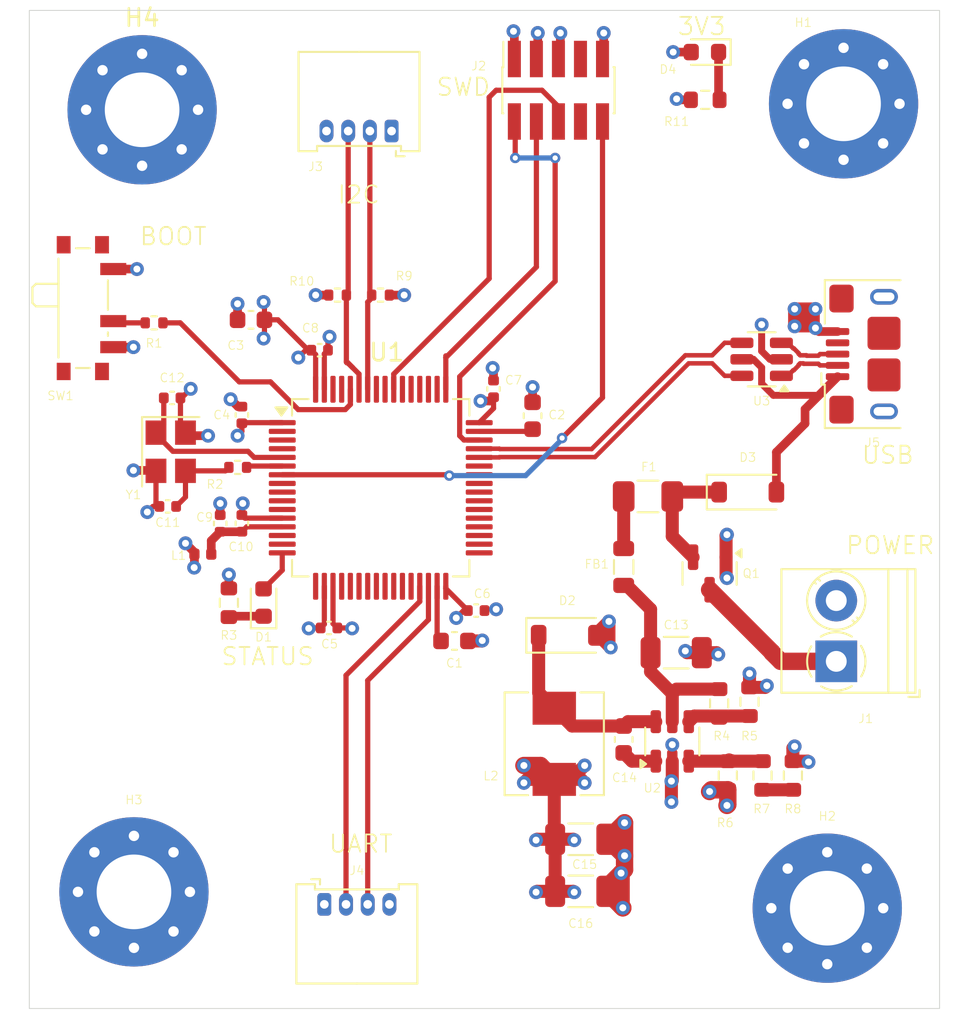
<source format=kicad_pcb>
(kicad_pcb (version 20240108) (generator "pcbnew") (generator_version "8.0")
  (title_block (date "2024-08-30"))
  (layers (0 "F.Cu" signal) (1 "In1.Cu" signal) (2 "In2.Cu" signal) (31 "B.Cu" jumper) (34 "B.Paste" user) (35 "F.Paste" user) (36 "B.SilkS" user "B.Silkscreen") (37 "F.SilkS" user "F.Silkscreen") (38 "B.Mask" user) (39 "F.Mask" user) (44 "Edge.Cuts" user))
  (net 0 "")
  (net 1 "GND")
  (net 2 "+12V")
  (net 3 "Net-(D4-K)")
  (net 4 "Net-(R7-Pad2)")
  (net 5 "BUCK_FB")
  (net 6 "+3.3V")
  (net 7 "BUCK_EN")
  (net 8 "BUCK_IN")
  (net 9 "Net-(D1-K)")
  (net 10 "I2C1_SDA")
  (net 11 "I2C1_SCL")
  (net 12 "HSE_OUT")
  (net 13 "Net-(C11-Pad1)")
  (net 14 "BOOT0")
  (net 15 "Net-(SW1-B)")
  (net 16 "+5V")
  (net 17 "USB_CONN_D-")
  (net 18 "USB_D-")
  (net 19 "USB_D+")
  (net 20 "USB_CONN_D+")
  (net 21 "BUCK_SW")
  (net 22 "BUCK_BST")
  (net 23 "Net-(D3-K)")
  (net 26 "USART3_TX")
  (net 30 "SWDIO")
  (net 37 "NRST")
  (net 38 "SWCLK")
  (net 42 "LED_STATUS")
  (net 44 "HSE_IN")
  (net 51 "SWO")
  (net 58 "Net-(U1-VCAP_2)")
  (net 64 "USART3_RX")
  (net 71 "Net-(U1-VCAP_1)")
  (net 73 "+3.3VA")
  (net 83 "Net-(F1-Pad2)")
  (footprint "Crystal:Crystal_SMD_3225-4Pin_3.2x2.5mm" (layer "F.Cu") (at 42.15 63.425 -90)
    (property "Reference" "Y1")
    (property "Value" "16MHz")
  )
  (footprint "Capacitor_SMD:C_0402_1005Metric" (layer "F.Cu") (at 59.75 72.575)
    (property "Reference" "C6")
    (property "Value" "100n")
  )
  (footprint "Capacitor_SMD:C_0603_1608Metric" (layer "F.Cu") (at 68.25 80 90)
    (property "Reference" "C14")
    (property "Value" "10n")
  )
  (footprint "Connector_PinSocket_1.27mm:PinSocket_2x05_P1.27mm_Vertical_SMD" (layer "F.Cu") (at 64.49 42.6 90)
    (property "Reference" "J2")
    (property "Value" "SWD")
  )
  (footprint "Resistor_SMD:R_0402_1005Metric" (layer "F.Cu") (at 46.01 64.325)
    (property "Reference" "R2")
    (property "Value" "47")
  )
  (footprint "Inductor_SMD:L_Sunlord_MWSA0503S" (layer "F.Cu") (at 64.25 80.25 -90)
    (property "Reference" "L2")
    (property "Value" "10u")
  )
  (footprint "Capacitor_SMD:C_1206_3216Metric" (layer "F.Cu") (at 71.275 75)
    (property "Reference" "C13")
    (property "Value" "10u")
  )
  (footprint "Package_TO_SOT_SMD:SOT-23" (layer "F.Cu") (at 73.2 70.4375 -90)
    (property "Reference" "Q1")
    (property "Value" "AO3401A")
  )
  (footprint "Resistor_SMD:R_0402_1005Metric" (layer "F.Cu") (at 51.76 54.4 180)
    (property "Reference" "R10")
    (property "Value" "2k2")
  )
  (footprint "Package_TO_SOT_SMD:SOT-23-6" (layer "F.Cu") (at 71.05 80.1125 90)
    (property "Reference" "U2")
    (property "Value" "~")
  )
  (footprint "Capacitor_SMD:C_0603_1608Metric" (layer "F.Cu") (at 63 61.35 90)
    (property "Reference" "C2")
    (property "Value" "2u2")
  )
  (footprint "Package_TO_SOT_SMD:SOT-23-6" (layer "F.Cu") (at 76.2 58.1 180)
    (property "Reference" "U3")
    (property "Value" "USBLC6-2SC6")
  )
  (footprint "MountingHole:MountingHole_4.3mm_M4_Pad_Via" (layer "F.Cu") (at 80.919581 43.380419)
    (property "Reference" "H1")
    (property "Value" "MountingHole_Pad")
  )
  (footprint "MountingHole:MountingHole_4.3mm_M4_Pad_Via" (layer "F.Cu") (at 79.980419 89.719581)
    (property "Reference" "H2")
    (property "Value" "MountingHole_Pad")
  )
  (footprint "Capacitor_SMD:C_1206_3216Metric" (layer "F.Cu") (at 65.775 88.75 180)
    (property "Reference" "C16")
    (property "Value" "10u")
  )
  (footprint "Resistor_SMD:R_0603_1608Metric" (layer "F.Cu") (at 76.25 82.075 -90)
    (property "Reference" "R7")
    (property "Value" "15k")
  )
  (footprint "Capacitor_SMD:C_0603_1608Metric" (layer "F.Cu") (at 58.5 74.325)
    (property "Reference" "C1")
    (property "Value" "2u2")
  )
  (footprint "Diode_SMD:D_SOD-123" (layer "F.Cu") (at 75.4 65.75)
    (property "Reference" "D3")
    (property "Value" "B5819W")
  )
  (footprint "Capacitor_SMD:C_0402_1005Metric" (layer "F.Cu") (at 42.23 60.325)
    (property "Reference" "C12")
    (property "Value" "12p")
  )
  (footprint "Fuse:Fuse_1206_3216Metric" (layer "F.Cu") (at 69.65 66 180)
    (property "Reference" "F1")
    (property "Value" "250mA")
  )
  (footprint "TerminalBlock_Phoenix:TerminalBlock_Phoenix_PT-1,5-2-3.5-H_1x02_P3.50mm_Horizontal" (layer "F.Cu") (at 80.5 75.5 90)
    (property "Reference" "J1")
    (property "Value" "Screw_Terminal_01x02")
  )
  (footprint "Resistor_SMD:R_0603_1608Metric" (layer "F.Cu") (at 73.75 77.925 -90)
    (property "Reference" "R4")
    (property "Value" "100k")
  )
  (footprint "Resistor_SMD:R_0402_1005Metric" (layer "F.Cu") (at 54.24 54.4)
    (property "Reference" "R9")
    (property "Value" "2k2")
  )
  (footprint "LED_SMD:LED_0603_1608Metric" (layer "F.Cu") (at 47.5 72.1125 90)
    (property "Reference" "D1")
    (property "Value" "BLUE")
  )
  (footprint "Resistor_SMD:R_0603_1608Metric" (layer "F.Cu") (at 45.5 72.125 90)
    (property "Reference" "R3")
    (property "Value" "1k5")
  )
  (footprint "Package_QFP:LQFP-64_10x10mm_P0.5mm" (layer "F.Cu") (at 54.25 65.5)
    (property "Reference" "U1")
    (property "Value" "STM32F405RGT6")
  )
  (footprint "Diode_SMD:D_SOD-123" (layer "F.Cu") (at 65 74)
    (property "Reference" "D2")
    (property "Value" "B5819W")
  )
  (footprint "Inductor_SMD:L_0805_2012Metric" (layer "F.Cu") (at 68.25 70.0625 -90)
    (property "Reference" "FB1")
    (property "Value" "600 @ 600 MHz")
  )
  (footprint "Connector_USB:USB_Micro-B_Amphenol_10118193-0001LF_Horizontal" (layer "F.Cu") (at 83.25 57.8 90)
    (property "Reference" "J5")
    (property "Value" "USB_B_Micro")
  )
  (footprint "Capacitor_SMD:C_0402_1005Metric" (layer "F.Cu") (at 41.98 66.575 180)
    (property "Reference" "C11")
    (property "Value" "12p")
  )
  (footprint "MountingHole:MountingHole_4.3mm_M4_Pad_Via" (layer "F.Cu") (at 40.0304 88.7804)
    (property "Reference" "H3")
    (property "Value" "MountingHole_Pad")
  )
  (footprint "Resistor_SMD:R_0603_1608Metric" (layer "F.Cu") (at 78 82.075 90)
    (property "Reference" "R8")
    (property "Value" "270")
  )
  (footprint "Resistor_SMD:R_0603_1608Metric" (layer "F.Cu") (at 72.95 43.15 180)
    (property "Reference" "R11")
    (property "Value" "1k")
  )
  (footprint "Inductor_SMD:L_0402_1005Metric" (layer "F.Cu") (at 44 69.325)
    (property "Reference" "L1")
    (property "Value" "39n")
  )
  (footprint "Capacitor_SMD:C_0402_1005Metric" (layer "F.Cu") (at 50.73 57.575)
    (property "Reference" "C8")
    (property "Value" "100n")
  )
  (footprint "Connector_Molex:Molex_PicoBlade_53048-0410_1x04_P1.25mm_Horizontal" (layer "F.Cu") (at 54.875 44.95 180)
    (property "Reference" "J3")
    (property "Value" "Conn_01x04")
  )
  (footprint "Capacitor_SMD:C_0402_1005Metric" (layer "F.Cu") (at 46.25 67.55 90)
    (property "Reference" "C10")
    (property "Value" "10n")
  )
  (footprint "Resistor_SMD:R_0603_1608Metric" (layer "F.Cu") (at 74.25 82.075 90)
    (property "Reference" "R6")
    (property "Value" "47k")
  )
  (footprint "Capacitor_SMD:C_1206_3216Metric" (layer "F.Cu") (at 65.775 85.75 180)
    (property "Reference" "C15")
    (property "Value" "10u")
  )
  (footprint "Resistor_SMD:R_0402_1005Metric" (layer "F.Cu") (at 41.19 56 180)
    (property "Reference" "R1")
    (property "Value" "10k")
  )
  (footprint "MountingHole:MountingHole_4.3mm_M4_Pad_Via" (layer "F.Cu") (at 40.5 43.725)
    (property "Reference" "H4")
    (property "Value" "MountingHole_Pad")
  )
  (footprint "Capacitor_SMD:C_0402_1005Metric" (layer "F.Cu") (at 51.27 73.575 180)
    (property "Reference" "C5")
    (property "Value" "100n")
  )
  (footprint "Resistor_SMD:R_0603_1608Metric" (layer "F.Cu") (at 75.5 77.825 90)
    (property "Reference" "R5")
    (property "Value" "68k")
  )
  (footprint "Button_Switch_SMD:SW_SPDT_PCM12" (layer "F.Cu") (at 37.41 55.15 -90)
    (property "Reference" "SW1")
    (property "Value" "SW_SPDT")
  )
  (footprint "LED_SMD:LED_0603_1608Metric" (layer "F.Cu") (at 72.93 40.4 180)
    (property "Reference" "D4")
    (property "Value" "RED")
  )
  (footprint "Capacitor_SMD:C_0402_1005Metric" (layer "F.Cu") (at 60.75 59.805 90)
    (property "Reference" "C7")
    (property "Value" "100n")
  )
  (footprint "Capacitor_SMD:C_0402_1005Metric" (layer "F.Cu") (at 46.25 61.305 90)
    (property "Reference" "C4")
    (property "Value" "100n")
  )
  (footprint "Capacitor_SMD:C_0402_1005Metric" (layer "F.Cu") (at 45 67.555 90)
    (property "Reference" "C9")
    (property "Value" "1u")
  )
  (footprint "Capacitor_SMD:C_0603_1608Metric" (layer "F.Cu") (at 46.775 55.825 180)
    (property "Reference" "C3")
    (property "Value" "4u7")
  )
  (footprint "Connector_Molex:Molex_PicoBlade_53048-0410_1x04_P1.25mm_Horizontal" (layer "F.Cu") (at 51 89.5)
    (property "Reference" "J4")
    (property "Value" "Conn_01x04")
  )
  (gr_rect (start 34 38) (end 86.45 95.5) (stroke (width 0.05)) (fill none) (layer "Edge.Cuts"))
  (gr_text "BOOT" (at 40.3 51.6 0) (layer "F.SilkS") (effects (font (size 1 1) (thickness 0.1)) (justify left bottom)))
  (gr_text "3V3" (at 71.3 39.5 0) (layer "F.SilkS") (effects (font (size 1 1) (thickness 0.1)) (justify left bottom)))
  (gr_text "UART" (at 51.2 86.6 0) (layer "F.SilkS") (effects (font (size 1 1) (thickness 0.1)) (justify left bottom)))
  (gr_text "STATUS" (at 45 75.8 0) (layer "F.SilkS") (effects (font (size 1 1) (thickness 0.1)) (justify left bottom)))
  (gr_text "POWER" (at 81 69.4 0) (layer "F.SilkS") (effects (font (size 1 1) (thickness 0.1)) (justify left bottom)))
  (gr_text "USB" (at 81.9 64.2 0) (layer "F.SilkS") (effects (font (size 1 1) (thickness 0.1)) (justify left bottom)))
  (gr_text "SWD" (at 57.4 43 0) (layer "F.SilkS") (effects (font (size 1 1) (thickness 0.1)) (justify left bottom)))
  (gr_text "I2C" (at 51.7 49.2 0) (layer "F.SilkS") (effects (font (size 1 1) (thickness 0.1)) (justify left bottom)))
  (segment (start 66.8 74) (end 67.5 74.7) (width 0.75) (layer "F.Cu") (net 1))
  (segment (start 60.075 74.325) (end 60.1 74.3) (width 0.75) (layer "F.Cu") (net 1))
  (segment (start 71.9 75) (end 71.8 74.9) (width 0.75) (layer "F.Cu") (net 1))
  (segment (start 79.3 56.3) (end 79.3 55.2) (width 0.5) (layer "F.Cu") (net 1))
  (segment (start 74.15 69.5) (end 74.15 70.65) (width 0.75) (layer "F.Cu") (net 1))
  (segment (start 78.85 81.25) (end 78.9 81.3) (width 0.75) (layer "F.Cu") (net 1))
  (segment (start 71.05 81.25) (end 71.05 82.35) (width 0.75) (layer "F.Cu") (net 1))
  (segment (start 60.75 59.325) (end 60.75 58.65) (width 0.5) (layer "F.Cu") (net 1))
  (segment (start 66.65 74) (end 66.65 73.95) (width 0.75) (layer "F.Cu") (net 1))
  (segment (start 78.2 56.3) (end 78.1 56.2) (width 0.5) (layer "F.Cu") (net 1))
  (segment (start 68.3 87.5) (end 68.1 87.7) (width 1) (layer "F.Cu") (net 1))
  (segment (start 51 71.175) (end 51 73.365) (width 0.3) (layer "F.Cu") (net 1))
  (segment (start 78.3 56.2) (end 79.3 55.2) (width 0.5) (layer "F.Cu") (net 1))
  (segment (start 78 80.5) (end 78.1 80.4) (width 0.75) (layer "F.Cu") (net 1))
  (segment (start 71.35 43.15) (end 71.3 43.1) (width 0.5) (layer "F.Cu") (net 1))
  (segment (start 63.3 39.3) (end 63.3 40.72) (width 0.5) (layer "F.Cu") (net 1))
  (segment (start 79.5 56.5) (end 79.3 56.3) (width 0.5) (layer "F.Cu") (net 1))
  (segment (start 46.43 67.25) (end 46.25 67.07) (width 0.3) (layer "F.Cu") (net 1))
  (segment (start 46 55.825) (end 46 54.9) (width 0.5) (layer "F.Cu") (net 1))
  (segment (start 64.6 39.3) (end 64.6 40.69) (width 0.5) (layer "F.Cu") (net 1))
  (segment (start 78.2 55.2) (end 79.3 56.3) (width 0.75) (layer "F.Cu") (net 1))
  (segment (start 76.4 77) (end 76.5 76.9) (width 0.75) (layer "F.Cu") (net 1))
  (segment (start 51.21 57.575) (end 51.21 56.89) (width 0.3) (layer "F.Cu") (net 1))
  (segment (start 67.35 85.75) (end 68.3 86.7) (width 1) (layer "F.Cu") (net 1))
  (segment (start 68.3 84.8) (end 68.3 86.7) (width 1) (layer "F.Cu") (net 1))
  (segment (start 41.125 66.575) (end 40.8 66.9) (width 0.3) (layer "F.Cu") (net 1))
  (segment (start 79.3 56.3) (end 78.2 56.3) (width 0.5) (layer "F.Cu") (net 1))
  (segment (start 42.775 60.325) (end 43.3 59.8) (width 0.3) (layer "F.Cu") (net 1))
  (segment (start 59.275 74.325) (end 60.075 74.325) (width 0.75) (layer "F.Cu") (net 1))
  (segment (start 78.1 56.2) (end 78.3 56.2) (width 0.5) (layer "F.Cu") (net 1))
  (segment (start 67.1 40.73) (end 67.03 40.8) (width 0.5) (layer "F.Cu") (net 1))
  (segment (start 68.1 87.7) (end 68.1 89.6) (width 1) (layer "F.Cu") (net 1))
  (segment (start 51 73.365) (end 50.79 73.575) (width 0.3) (layer "F.Cu") (net 1))
  (segment (start 67.25 88.75) (end 67.25 88.55) (width 1) (layer "F.Cu") (net 1))
  (segment (start 74.15 69.5) (end 74.15 68.25) (width 0.75) (layer "F.Cu") (net 1))
  (segment (start 77.3375 58.1) (end 76.675001 58.1) (width 0.4) (layer "F.Cu") (net 1))
  (segment (start 38.84 57.4) (end 40 57.4) (width 0.5) (layer "F.Cu") (net 1))
  (segment (start 46.025 60.825) (end 45.6 60.4) (width 0.5) (layer "F.Cu") (net 1))
  (segment (start 67.4 73.2) (end 67.4 74.6) (width 0.75) (layer "F.Cu") (net 1))
  (segment (start 78.1 55.2) (end 79.3 55.2) (width 0.75) (layer "F.Cu") (net 1))
  (segment (start 42.71 60.325) (end 42.775 60.325) (width 0.3) (layer "F.Cu") (net 1))
  (segment (start 40 64.5) (end 41.275 64.5) (width 0.5) (layer "F.Cu") (net 1))
  (segment (start 67.4 74.6) (end 67.5 74.7) (width 0.75) (layer "F.Cu") (net 1))
  (segment (start 41.275 64.5) (end 41.3 64.525) (width 0.5) (layer "F.Cu") (net 1))
  (segment (start 75.5 77) (end 76.4 77) (width 0.75) (layer "F.Cu") (net 1))
  (segment (start 41.3 64.525) (end 41.3 66.375) (width 0.3) (layer "F.Cu") (net 1))
  (segment (start 51 59.825) (end 51 57.785) (width 0.3) (layer "F.Cu") (net 1))
  (segment (start 75.5 77) (end 75.5 76.2) (width 0.75) (layer "F.Cu") (net 1))
  (segment (start 78 81.25) (end 78 80.5) (width 0.75) (layer "F.Cu") (net 1))
  (segment (start 71.05 80.3) (end 71.05 81.25) (width 0.4) (layer "F.Cu") (net 1))
  (segment (start 67.25 88.75) (end 68.2 89.7) (width 1) (layer "F.Cu") (net 1))
  (segment (start 73.6 75) (end 73.7 75.1) (width 0.75) (layer "F.Cu") (net 1))
  (segment (start 68.3 86.7) (end 68.3 87.5) (width 1) (layer "F.Cu") (net 1))
  (segment (start 66.65 74) (end 66.8 74) (width 0.75) (layer "F.Cu") (net 1))
  (segment (start 51.21 56.89) (end 51.3 56.8) (width 0.3) (layer "F.Cu") (net 1))
  (segment (start 67.25 85.75) (end 67.35 85.75) (width 1) (layer "F.Cu") (net 1))
  (segment (start 67.25 88.55) (end 68.1 87.7) (width 1) (layer "F.Cu") (net 1))
  (segment (start 41.3 66.375) (end 41.5 66.575) (width 0.3) (layer "F.Cu") (net 1))
  (segment (start 41.5 66.575) (end 41.125 66.575) (width 0.3) (layer "F.Cu") (net 1))
  (segment (start 78.1 55.2) (end 78.2 55.2) (width 0.75) (layer "F.Cu") (net 1))
  (segment (start 60.75 58.65) (end 60.7 58.6) (width 0.5) (layer "F.Cu") (net 1))
  (segment (start 71.05 82.35) (end 71 82.4) (width 0.75) (layer "F.Cu") (net 1))
  (segment (start 42.71 62.035) (end 43 62.325) (width 0.3) (layer "F.Cu") (net 1))
  (segment (start 45 67.075) (end 45 66.4) (width 0.5) (layer "F.Cu") (net 1))
  (segment (start 66.65 73.95) (end 67.4 73.2) (width 0.75) (layer "F.Cu") (net 1))
  (segment (start 64.6 40.69) (end 64.49 40.8) (width 0.5) (layer "F.Cu") (net 1))
  (segment (start 45.5 71.3) (end 45.5 70.5) (width 0.5) (layer "F.Cu") (net 1))
  (segment (start 74.15 70.65) (end 74.2 70.7) (width 0.75) (layer "F.Cu") (net 1))
  (segment (start 72.75 75) (end 73.6 75) (width 0.75) (layer "F.Cu") (net 1))
  (segment (start 76.2 57.624999) (end 76.2 56.1) (width 0.4) (layer "F.Cu") (net 1))
  (segment (start 46.25 66.45) (end 46.3 66.4) (width 0.3) (layer "F.Cu") (net 1))
  (segment (start 43.175 62.5) (end 43 62.325) (width 0.5) (layer "F.Cu") (net 1))
  (segment (start 72.75 75) (end 71.9 75) (width 0.75) (layer "F.Cu") (net 1))
  (segment (start 46.25 67.07) (end 46.25 66.45) (width 0.3) (layer "F.Cu") (net 1))
  (segment (start 63 60.575) (end 63 59.7) (width 0.5) (layer "F.Cu") (net 1))
  (segment (start 68.1 89.6) (end 68.2 89.7) (width 1) (layer "F.Cu") (net 1))
  (segment (start 72.125 43.15) (end 71.35 43.15) (width 0.5) (layer "F.Cu") (net 1))
  (segment (start 50.125 73.575) (end 50.1 73.6) (width 0.3) (layer "F.Cu") (net 1))
  (segment (start 44.3 62.5) (end 43.175 62.5) (width 0.5) (layer "F.Cu") (net 1))
  (segment (start 80.575 56.5) (end 79.5 56.5) (width 0.5) (layer "F.Cu") (net 1))
  (segment (start 76.675001 58.1) (end 76.2 57.624999) (width 0.4) (layer "F.Cu") (net 1))
  (segment (start 71 82.4) (end 71 83.6) (width 0.75) (layer "F.Cu") (net 1))
  (segment (start 46.25 60.825) (end 46.025 60.825) (width 0.5) (layer "F.Cu") (net 1))
  (segment (start 42.71 60.325) (end 42.71 62.035) (width 0.3) (layer "F.Cu") (net 1))
  (segment (start 63.3 40.72) (end 63.22 40.8) (width 0.5) (layer "F.Cu") (net 1))
  (segment (start 78.1 55.2) (end 78.1 56.2) (width 0.75) (layer "F.Cu") (net 1))
  (segment (start 67.35 85.75) (end 68.3 84.8) (width 1) (layer "F.Cu") (net 1))
  (segment (start 74.15 68.25) (end 74.2 68.2) (width 0.75) (layer "F.Cu") (net 1))
  (segment (start 78 81.25) (end 78.85 81.25) (width 0.75) (layer "F.Cu") (net 1))
  (segment (start 67.1 39.3) (end 67.1 40.73) (width 0.5) (layer "F.Cu") (net 1))
  (segment (start 48.575 67.25) (end 46.43 67.25) (width 0.3) (layer "F.Cu") (net 1))
  (segment (start 50.79 73.575) (end 50.125 73.575) (width 0.3) (layer "F.Cu") (net 1))
  (segment (start 51 57.785) (end 51.21 57.575) (width 0.3) (layer "F.Cu") (net 1))
  (via (at 75.5 76.2) (size 0.8) (drill 0.4) (layers "F.Cu" "B.Cu") (net 1))
  (via (at 43.3 59.8) (size 0.8) (drill 0.4) (layers "F.Cu" "B.Cu") (net 1))
  (via (at 78.1 80.4) (size 0.8) (drill 0.4) (layers "F.Cu" "B.Cu") (net 1))
  (via (at 67.5 74.7) (size 0.8) (drill 0.4) (layers "F.Cu" "B.Cu") (net 1))
  (via (at 68.3 86.7) (size 0.8) (drill 0.4) (layers "F.Cu" "B.Cu") (net 1))
  (via (at 68.1 87.7) (size 0.8) (drill 0.4) (layers "F.Cu" "B.Cu") (net 1))
  (via (at 64.6 39.3) (size 0.8) (drill 0.4) (layers "F.Cu" "B.Cu") (net 1))
  (via (at 60.7 58.6) (size 0.8) (drill 0.4) (layers "F.Cu" "B.Cu") (net 1))
  (via (at 68.2 89.7) (size 0.8) (drill 0.4) (layers "F.Cu" "B.Cu") (net 1))
  (via (at 67.1 39.3) (size 0.8) (drill 0.4) (layers "F.Cu" "B.Cu") (net 1))
  (via (at 46 54.9) (size 0.8) (drill 0.4) (layers "F.Cu" "B.Cu") (net 1))
  (via (at 79.3 56.3) (size 0.8) (drill 0.4) (layers "F.Cu" "B.Cu") (net 1))
  (via (at 60.1 74.3) (size 0.8) (drill 0.4) (layers "F.Cu" "B.Cu") (net 1))
  (via (at 63.3 39.3) (size 0.8) (drill 0.4) (layers "F.Cu" "B.Cu") (net 1))
  (via (at 76.5 76.9) (size 0.8) (drill 0.4) (layers "F.Cu" "B.Cu") (net 1))
  (via (at 45.6 60.4) (size 0.8) (drill 0.4) (layers "F.Cu" "B.Cu") (net 1))
  (via (at 79.3 55.2) (size 0.8) (drill 0.4) (layers "F.Cu" "B.Cu") (net 1))
  (via (at 45.5 70.5) (size 0.8) (drill 0.4) (layers "F.Cu" "B.Cu") (net 1))
  (via (at 71 83.6) (size 0.8) (drill 0.4) (layers "F.Cu" "B.Cu") (net 1))
  (via (at 71.8 74.9) (size 0.8) (drill 0.4) (layers "F.Cu" "B.Cu") (net 1))
  (via (at 71 82.4) (size 0.8) (drill 0.4) (layers "F.Cu" "B.Cu") (net 1))
  (via (at 73.7 75.1) (size 0.8) (drill 0.4) (layers "F.Cu" "B.Cu") (net 1))
  (via (at 45 66.4) (size 0.8) (drill 0.4) (layers "F.Cu" "B.Cu") (net 1))
  (via (at 78.9 81.3) (size 0.8) (drill 0.4) (layers "F.Cu" "B.Cu") (net 1))
  (via (at 50.1 73.6) (size 0.8) (drill 0.4) (layers "F.Cu" "B.Cu") (net 1))
  (via (at 78.1 55.2) (size 0.8) (drill 0.4) (layers "F.Cu" "B.Cu") (net 1))
  (via (at 68.3 84.8) (size 0.8) (drill 0.4) (layers "F.Cu" "B.Cu") (net 1))
  (via (at 60.9 72.5) (size 0.8) (drill 0.4) (layers "F.Cu" "B.Cu") (net 1))
  (via (at 40 57.4) (size 0.8) (drill 0.4) (layers "F.Cu" "B.Cu") (net 1))
  (via (at 74.2 70.7) (size 0.8) (drill 0.4) (layers "F.Cu" "B.Cu") (net 1))
  (via (at 67.4 73.2) (size 0.8) (drill 0.4) (layers "F.Cu" "B.Cu") (net 1))
  (via (at 76.2 56.1) (size 0.8) (drill 0.4) (layers "F.Cu" "B.Cu") (net 1))
  (via (at 71.05 80.3) (size 0.8) (drill 0.4) (layers "F.Cu" "B.Cu") (net 1))
  (via (at 40 64.5) (size 0.8) (drill 0.4) (layers "F.Cu" "B.Cu") (net 1))
  (via (at 63 59.7) (size 0.8) (drill 0.4) (layers "F.Cu" "B.Cu") (net 1))
  (via (at 74.2 68.2) (size 0.8) (drill 0.4) (layers "F.Cu" "B.Cu") (net 1))
  (via (at 44.3 62.5) (size 0.8) (drill 0.4) (layers "F.Cu" "B.Cu") (net 1))
  (via (at 71.3 43.1) (size 0.8) (drill 0.4) (layers "F.Cu" "B.Cu") (net 1))
  (via (at 40.8 66.9) (size 0.8) (drill 0.4) (layers "F.Cu" "B.Cu") (net 1))
  (via (at 46.3 66.4) (size 0.8) (drill 0.4) (layers "F.Cu" "B.Cu") (net 1))
  (via (at 78.1 56.2) (size 0.8) (drill 0.4) (layers "F.Cu" "B.Cu") (net 1))
  (via (at 51.3 56.8) (size 0.8) (drill 0.4) (layers "F.Cu" "B.Cu") (net 1))
  (segment (start 76.8 74.975) (end 76.8 75) (width 1) (layer "F.Cu") (net 2))
  (segment (start 76.8 75) (end 77.3 75.5) (width 1) (layer "F.Cu") (net 2))
  (segment (start 77.3 75.5) (end 80.5 75.5) (width 1) (layer "F.Cu") (net 2))
  (segment (start 73.2 71.375) (end 76.8 74.975) (width 1) (layer "F.Cu") (net 2))
  (segment (start 73.7175 43.0925) (end 73.775 43.15) (width 0.5) (layer "F.Cu") (net 3))
  (segment (start 73.7175 40.4) (end 73.7175 43.0925) (width 0.5) (layer "F.Cu") (net 3))
  (segment (start 78 82.9) (end 76.25 82.9) (width 0.75) (layer "F.Cu") (net 4))
  (segment (start 76.25 81.25) (end 74.25 81.25) (width 0.75) (layer "F.Cu") (net 5))
  (segment (start 74.25 81.25) (end 72 81.25) (width 0.75) (layer "F.Cu") (net 5))
  (segment (start 74.325 81.175) (end 74.25 81.25) (width 0.75) (layer "F.Cu") (net 5))
  (segment (start 61.95 39.25) (end 61.9 39.2) (width 0.5) (layer "F.Cu") (net 6))
  (segment (start 64.3 88.75) (end 65.35 88.75) (width 0.75) (layer "F.Cu") (net 6))
  (segment (start 47.55 55.825) (end 47.55 54.85) (width 0.3) (layer "F.Cu") (net 6))
  (segment (start 64.3 88.75) (end 63.25 88.75) (width 0.75) (layer "F.Cu") (net 6))
  (segment (start 47.55 54.85) (end 47.5 54.8) (width 0.3) (layer "F.Cu") (net 6))
  (segment (start 73.3 82.9) (end 73.2 83) (width 1) (layer "F.Cu") (net 6))
  (segment (start 51.75 73.575) (end 52.575 73.575) (width 0.3) (layer "F.Cu") (net 6))
  (segment (start 50.25 57.575) (end 49.925 57.575) (width 0.3) (layer "F.Cu") (net 6))
  (segment (start 58 71.175) (end 58 71.305) (width 0.3) (layer "F.Cu") (net 6))
  (segment (start 50.25 57.575) (end 50.075 57.575) (width 0.3) (layer "F.Cu") (net 6))
  (segment (start 64.25 82.3) (end 65.8 82.3) (width 0.75) (layer "F.Cu") (net 6))
  (segment (start 74.25 82.9) (end 73.3 82.9) (width 1) (layer "F.Cu") (net 6))
  (segment (start 46.25 62.25) (end 46 62.5) (width 0.3) (layer "F.Cu") (net 6))
  (segment (start 43.515 69.215) (end 43 68.7) (width 0.5) (layer "F.Cu") (net 6))
  (segment (start 50.5 57.825) (end 50.25 57.575) (width 0.3) (layer "F.Cu") (net 6))
  (segment (start 63.45 81.5) (end 64.25 82.3) (width 1) (layer "F.Cu") (net 6))
  (segment (start 64.25 82.3) (end 64.25 85.7) (width 0.75) (layer "F.Cu") (net 6))
  (segment (start 59.025 72.575) (end 58.6 73) (width 0.3) (layer "F.Cu") (net 6))
  (segment (start 59.27 72.575) (end 59.025 72.575) (width 0.3) (layer "F.Cu") (net 6))
  (segment (start 47.55 56.85) (end 47.5 56.9) (width 0.3) (layer "F.Cu") (net 6))
  (segment (start 48.325 55.825) (end 47.55 55.825) (width 0.3) (layer "F.Cu") (net 6))
  (segment (start 72.1425 40.4) (end 71.1 40.4) (width 0.5) (layer "F.Cu") (net 6))
  (segment (start 74.25 82.9) (end 74.25 83.75) (width 1) (layer "F.Cu") (net 6))
  (segment (start 43.515 69.325) (end 43.515 70.085) (width 0.5) (layer "F.Cu") (net 6))
  (segment (start 51.5 71.175) (end 51.5 73.325) (width 0.3) (layer "F.Cu") (net 6))
  (segment (start 52.575 73.575) (end 52.6 73.6) (width 0.3) (layer "F.Cu") (net 6))
  (segment (start 63.25 88.75) (end 63.2 88.8) (width 0.75) (layer "F.Cu") (net 6))
  (segment (start 64.3 85.75) (end 65.35 85.75) (width 0.75) (layer "F.Cu") (net 6))
  (segment (start 65.2 82.3) (end 66 81.5) (width 0.75) (layer "F.Cu") (net 6))
  (segment (start 64.25 82.3) (end 65.2 82.3) (width 0.75) (layer "F.Cu") (net 6))
  (segment (start 64.3 85.75) (end 64.3 88.75) (width 0.75) (layer "F.Cu") (net 6))
  (segment (start 62.7 82.3) (end 62.5 82.5) (width 0.75) (layer "F.Cu") (net 6))
  (segment (start 58 71.305) (end 59.27 72.575) (width 0.3) (layer "F.Cu") (net 6))
  (segment (start 64.25 85.7) (end 64.3 85.75) (width 0.75) (layer "F.Cu") (net 6))
  (segment (start 65.35 85.75) (end 65.4 85.8) (width 0.75) (layer "F.Cu") (net 6))
  (segment (start 64.25 82.3) (end 62.7 82.3) (width 0.75) (layer "F.Cu") (net 6))
  (segment (start 63.25 85.75) (end 63.2 85.8) (width 0.75) (layer "F.Cu") (net 6))
  (segment (start 64.3 85.75) (end 63.25 85.75) (width 0.75) (layer "F.Cu") (net 6))
  (segment (start 60.535 60.5) (end 60.75 60.285) (width 0.5) (layer "F.Cu") (net 6))
  (segment (start 74.25 83.75) (end 74.2 83.8) (width 1) (layer "F.Cu") (net 6))
  (segment (start 49.925 57.575) (end 49.5 58) (width 0.3) (layer "F.Cu") (net 6))
  (segment (start 54.75 54.4) (end 55.6 54.4) (width 0.5) (layer "F.Cu") (net 6))
  (segment (start 61.95 40.8) (end 61.95 39.25) (width 0.5) (layer "F.Cu") (net 6))
  (segment (start 38.84 52.9) (end 40.2 52.9) (width 0.5) (layer "F.Cu") (net 6))
  (segment (start 65.8 82.3) (end 66 82.5) (width 0.75) (layer "F.Cu") (net 6))
  (segment (start 60 60.5) (end 60.535 60.5) (width 0.5) (layer "F.Cu") (net 6))
  (segment (start 60.75 60.925) (end 59.925 61.75) (width 0.3) (layer "F.Cu") (net 6))
  (segment (start 65.35 88.75) (end 65.4 88.8) (width 0.75) (layer "F.Cu") (net 6))
  (segment (start 62.5 81.5) (end 63.45 81.5) (width 1) (layer "F.Cu") (net 6))
  (segment (start 43.515 69.325) (end 43.515 69.215) (width 0.5) (layer "F.Cu") (net 6))
  (segment (start 46.285 61.75) (end 46.25 61.785) (width 0.3) (layer "F.Cu") (net 6))
  (segment (start 60.75 60.285) (end 60.75 60.925) (width 0.3) (layer "F.Cu") (net 6))
  (segment (start 51.5 73.325) (end 51.75 73.575) (width 0.3) (layer "F.Cu") (net 6))
  (segment (start 48.575 61.75) (end 46.285 61.75) (width 0.3) (layer "F.Cu") (net 6))
  (segment (start 43.515 70.085) (end 43.5 70.1) (width 0.5) (layer "F.Cu") (net 6))
  (segment (start 47.55 55.825) (end 47.55 56.85) (width 0.3) (layer "F.Cu") (net 6))
  (segment (start 50.5 59.825) (end 50.5 57.825) (width 0.3) (layer "F.Cu") (net 6))
  (segment (start 46.25 61.785) (end 46.25 62.25) (width 0.3) (layer "F.Cu") (net 6))
  (segment (start 51.25 54.4) (end 50.5 54.4) (width 0.5) (layer "F.Cu") (net 6))
  (segment (start 50.075 57.575) (end 48.325 55.825) (width 0.3) (layer "F.Cu") (net 6))
  (via (at 66 81.5) (size 0.8) (drill 0.4) (layers "F.Cu" "B.Cu") (net 6))
  (via (at 47.5 54.8) (size 0.8) (drill 0.4) (layers "F.Cu" "B.Cu") (net 6))
  (via (at 43.5 70.1) (size 0.8) (drill 0.4) (layers "F.Cu" "B.Cu") (net 6))
  (via (at 58.6 73) (size 0.8) (drill 0.4) (layers "F.Cu" "B.Cu") (net 6))
  (via (at 65.4 88.8) (size 0.8) (drill 0.4) (layers "F.Cu" "B.Cu") (net 6))
  (via (at 61.9 39.2) (size 0.8) (drill 0.4) (layers "F.Cu" "B.Cu") (net 6))
  (via (at 52.6 73.6) (size 0.8) (drill 0.4) (layers "F.Cu" "B.Cu") (net 6))
  (via (at 62.5 82.5) (size 0.8) (drill 0.4) (layers "F.Cu" "B.Cu") (net 6))
  (via (at 73.2 83) (size 0.8) (drill 0.4) (layers "F.Cu" "B.Cu") (net 6))
  (via (at 74.2 83.8) (size 0.8) (drill 0.4) (layers "F.Cu" "B.Cu") (net 6))
  (via (at 63.2 88.8) (size 0.8) (drill 0.4) (layers "F.Cu" "B.Cu") (net 6))
  (via (at 46 62.5) (size 0.8) (drill 0.4) (layers "F.Cu" "B.Cu") (net 6))
  (via (at 60 60.5) (size 0.8) (drill 0.4) (layers "F.Cu" "B.Cu") (net 6))
  (via (at 55.6 54.4) (size 0.8) (drill 0.4) (layers "F.Cu" "B.Cu") (net 6))
  (via (at 62.5 81.5) (size 0.8) (drill 0.4) (layers "F.Cu" "B.Cu") (net 6))
  (via (at 50.5 54.4) (size 0.8) (drill 0.4) (layers "F.Cu" "B.Cu") (net 6))
  (via (at 40.2 52.9) (size 0.8) (drill 0.4) (layers "F.Cu" "B.Cu") (net 6))
  (via (at 66 82.5) (size 0.8) (drill 0.4) (layers "F.Cu" "B.Cu") (net 6))
  (via (at 49.5 58) (size 0.8) (drill 0.4) (layers "F.Cu" "B.Cu") (net 6))
  (via (at 43 68.7) (size 0.8) (drill 0.4) (layers "F.Cu" "B.Cu") (net 6))
  (via (at 47.5 56.9) (size 0.8) (drill 0.4) (layers "F.Cu" "B.Cu") (net 6))
  (via (at 63.2 85.8) (size 0.8) (drill 0.4) (layers "F.Cu" "B.Cu") (net 6))
  (via (at 65.4 85.8) (size 0.8) (drill 0.4) (layers "F.Cu" "B.Cu") (net 6))
  (via (at 71.1 40.4) (size 0.8) (drill 0.4) (layers "F.Cu" "B.Cu") (net 6))
  (segment (start 75.5 78.65) (end 72.325 78.65) (width 0.75) (layer "F.Cu") (net 7))
  (segment (start 72.325 78.65) (end 72 78.975) (width 0.75) (layer "F.Cu") (net 7))
  (segment (start 69.8 72.5) (end 69.8 75) (width 0.75) (layer "F.Cu") (net 8))
  (segment (start 69.8 75) (end 69.8 76.1) (width 0.75) (layer "F.Cu") (net 8))
  (segment (start 68.25 71.125) (end 68.425 71.125) (width 0.75) (layer "F.Cu") (net 8))
  (segment (start 71.3 77.1) (end 71.05 77.35) (width 0.75) (layer "F.Cu") (net 8))
  (segment (start 73.75 77.1) (end 71.3 77.1) (width 0.75) (layer "F.Cu") (net 8))
  (segment (start 68.425 71.125) (end 69.8 72.5) (width 0.75) (layer "F.Cu") (net 8))
  (segment (start 69.8 76.1) (end 71.05 77.35) (width 0.75) (layer "F.Cu") (net 8))
  (segment (start 71.05 77.35) (end 71.05 78.975) (width 0.75) (layer "F.Cu") (net 8))
  (segment (start 45.55 72.9) (end 45.5 72.95) (width 0.5) (layer "F.Cu") (net 9))
  (segment (start 47.5 72.9) (end 45.55 72.9) (width 0.5) (layer "F.Cu") (net 9))
  (segment (start 52.27 58.27) (end 52.3 58.3) (width 0.3) (layer "F.Cu") (net 10))
  (segment (start 52.375 44.95) (end 52.375 54.295) (width 0.3) (layer "F.Cu") (net 10))
  (segment (start 53 58.94688) (end 53 59.825) (width 0.3) (layer "F.Cu") (net 10))
  (segment (start 52.27 58.21688) (end 52.62656 58.57344) (width 0.3) (layer "F.Cu") (net 10))
  (segment (start 52.3 58.3) (end 52.35312 58.3) (width 0.3) (layer "F.Cu") (net 10))
  (segment (start 52.27 54.4) (end 52.27 58.21688) (width 0.3) (layer "F.Cu") (net 10))
  (segment (start 52.375 54.295) (end 52.27 54.4) (width 0.3) (layer "F.Cu") (net 10))
  (segment (start 52.35312 58.3) (end 52.62656 58.57344) (width 0.3) (layer "F.Cu") (net 10))
  (segment (start 52.62656 58.57344) (end 53 58.94688) (width 0.3) (layer "F.Cu") (net 10))
  (segment (start 53.5 54.8) (end 53.5 59.825) (width 0.3) (layer "F.Cu") (net 11))
  (segment (start 53.625 54.295) (end 53.73 54.4) (width 0.3) (layer "F.Cu") (net 11))
  (segment (start 53.625 44.95) (end 53.625 54.295) (width 0.3) (layer "F.Cu") (net 11))
  (segment (start 53.73 54.4) (end 53.73 54.57) (width 0.3) (layer "F.Cu") (net 11))
  (segment (start 53.73 54.57) (end 53.5 54.8) (width 0.3) (layer "F.Cu") (net 11))
  (segment (start 48.575 64.25) (end 46.595 64.25) (width 0.3) (layer "F.Cu") (net 12))
  (segment (start 46.595 64.25) (end 46.52 64.325) (width 0.3) (layer "F.Cu") (net 12))
  (segment (start 45.3 64.525) (end 45.5 64.325) (width 0.3) (layer "F.Cu") (net 13))
  (segment (start 43 64.525) (end 43 66.035) (width 0.3) (layer "F.Cu") (net 13))
  (segment (start 43 64.525) (end 45.3 64.525) (width 0.3) (layer "F.Cu") (net 13))
  (segment (start 43 66.035) (end 42.46 66.575) (width 0.3) (layer "F.Cu") (net 13))
  (segment (start 42.7 56) (end 41.7 56) (width 0.3) (layer "F.Cu") (net 14))
  (segment (start 46.1 59.4) (end 42.7 56) (width 0.3) (layer "F.Cu") (net 14))
  (segment (start 49.5 61) (end 47.9 59.4) (width 0.3) (layer "F.Cu") (net 14))
  (segment (start 52.5 59.825) (end 52.5 60.70312) (width 0.3) (layer "F.Cu") (net 14))
  (segment (start 52.20312 61) (end 49.5 61) (width 0.3) (layer "F.Cu") (net 14))
  (segment (start 52.5 60.70312) (end 52.20312 61) (width 0.3) (layer "F.Cu") (net 14))
  (segment (start 47.9 59.4) (end 46.1 59.4) (width 0.3) (layer "F.Cu") (net 14))
  (segment (start 38.94 56) (end 38.84 55.9) (width 0.3) (layer "F.Cu") (net 15))
  (segment (start 40.68 56) (end 38.94 56) (width 0.3) (layer "F.Cu") (net 15))
  (segment (start 75.724999 58.1) (end 76.2 58.575001) (width 0.4) (layer "F.Cu") (net 16))
  (segment (start 78.7 61.8) (end 77.05 63.45) (width 0.5) (layer "F.Cu") (net 16))
  (segment (start 76.873834 60.173834) (end 79.501166 60.173834) (width 0.4) (layer "F.Cu") (net 16))
  (segment (start 77.05 63.45) (end 77.05 65.75) (width 0.5) (layer "F.Cu") (net 16))
  (segment (start 79.501166 60.173834) (end 80.575 59.1) (width 0.4) (layer "F.Cu") (net 16))
  (segment (start 78.7 60.975) (end 78.7 61.8) (width 0.5) (layer "F.Cu") (net 16))
  (segment (start 75.0625 58.1) (end 75.724999 58.1) (width 0.4) (layer "F.Cu") (net 16))
  (segment (start 76.2 59.5) (end 76.873834 60.173834) (width 0.4) (layer "F.Cu") (net 16))
  (segment (start 76.2 58.575001) (end 76.2 59.5) (width 0.4) (layer "F.Cu") (net 16))
  (segment (start 80.575 59.1) (end 78.7 60.975) (width 0.5) (layer "F.Cu") (net 16))
  (segment (start 78.417844 58.332156) (end 78.330556 58.419444) (width 0.261112) (layer "F.Cu") (net 17))
  (segment (start 78.019444 58.730556) (end 77.7 59.05) (width 0.261112) (layer "F.Cu") (net 17))
  (segment (start 78.330556 58.419444) (end 78.330556 58.453208) (width 0.261112) (layer "F.Cu") (net 17))
  (segment (start 79.469655 58.357156) (end 78.622317 58.357156) (width 0.261112) (layer "F.Cu") (net 17))
  (segment (start 78.622317 58.357156) (end 78.597317 58.332156) (width 0.261112) (layer "F.Cu") (net 17))
  (segment (start 77.7 59.05) (end 77.3375 59.05) (width 0.261112) (layer "F.Cu") (net 17))
  (segment (start 78.597317 58.332156) (end 78.417844 58.332156) (width 0.261112) (layer "F.Cu") (net 17))
  (segment (start 79.562499 58.45) (end 79.469655 58.357156) (width 0.261112) (layer "F.Cu") (net 17))
  (segment (start 80.575 58.45) (end 79.562499 58.45) (width 0.261112) (layer "F.Cu") (net 17))
  (segment (start 78.330556 58.453208) (end 78.053208 58.730556) (width 0.261112) (layer "F.Cu") (net 17))
  (segment (start 78.053208 58.730556) (end 78.019444 58.730556) (width 0.261112) (layer "F.Cu") (net 17))
  (segment (start 59.925 63.75) (end 61.087501 63.75) (width 0.261112) (layer "F.Cu") (net 18))
  (segment (start 61.105345 63.732156) (end 66.596164 63.732156) (width 0.261112) (layer "F.Cu") (net 18))
  (segment (start 61.087501 63.75) (end 61.105345 63.732156) (width 0.261112) (layer "F.Cu") (net 18))
  (segment (start 73.350905 58.332156) (end 74.068749 59.05) (width 0.261112) (layer "F.Cu") (net 18))
  (segment (start 74.068749 59.05) (end 75.0625 59.05) (width 0.261112) (layer "F.Cu") (net 18))
  (segment (start 66.596164 63.732156) (end 71.996164 58.332156) (width 0.261112) (layer "F.Cu") (net 18))
  (segment (start 71.996164 58.332156) (end 73.350905 58.332156) (width 0.261112) (layer "F.Cu") (net 18))
  (segment (start 61.087501 63.25) (end 61.105345 63.267844) (width 0.261112) (layer "F.Cu") (net 19))
  (segment (start 59.925 63.25) (end 61.087501 63.25) (width 0.261112) (layer "F.Cu") (net 19))
  (segment (start 73.350905 57.867844) (end 74.068749 57.15) (width 0.261112) (layer "F.Cu") (net 19))
  (segment (start 74.068749 57.15) (end 75.0625 57.15) (width 0.261112) (layer "F.Cu") (net 19))
  (segment (start 66.403836 63.267844) (end 71.803836 57.867844) (width 0.261112) (layer "F.Cu") (net 19))
  (segment (start 71.803836 57.867844) (end 73.350905 57.867844) (width 0.261112) (layer "F.Cu") (net 19))
  (segment (start 61.105345 63.267844) (end 66.403836 63.267844) (width 0.261112) (layer "F.Cu") (net 19))
  (segment (start 79.562499 57.8) (end 79.469655 57.892844) (width 0.261112) (layer "F.Cu") (net 20))
  (segment (start 78.775 57.867844) (end 78.417844 57.867844) (width 0.261112) (layer "F.Cu") (net 20))
  (segment (start 79.469655 57.892844) (end 78.8 57.892844) (width 0.261112) (layer "F.Cu") (net 20))
  (segment (start 78.330556 57.780556) (end 78.330556 57.746792) (width 0.261112) (layer "F.Cu") (net 20))
  (segment (start 78.417844 57.867844) (end 78.330556 57.780556) (width 0.261112) (layer "F.Cu") (net 20))
  (segment (start 78.019444 57.469444) (end 77.7 57.15) (width 0.261112) (layer "F.Cu") (net 20))
  (segment (start 80.575 57.8) (end 79.562499 57.8) (width 0.261112) (layer "F.Cu") (net 20))
  (segment (start 77.7 57.15) (end 77.3375 57.15) (width 0.261112) (layer "F.Cu") (net 20))
  (segment (start 78.053208 57.469444) (end 78.019444 57.469444) (width 0.261112) (layer "F.Cu") (net 20))
  (segment (start 78.330556 57.746792) (end 78.053208 57.469444) (width 0.261112) (layer "F.Cu") (net 20))
  (segment (start 78.8 57.892844) (end 78.775 57.867844) (width 0.261112) (layer "F.Cu") (net 20))
  (segment (start 68.5 78.975) (end 68.25 79.225) (width 0.75) (layer "F.Cu") (net 21))
  (segment (start 68.25 79.225) (end 65.275 79.225) (width 0.75) (layer "F.Cu") (net 21))
  (segment (start 70.1 78.975) (end 68.5 78.975) (width 0.75) (layer "F.Cu") (net 21))
  (segment (start 63.35 77.3) (end 64.25 78.2) (width 0.75) (layer "F.Cu") (net 21))
  (segment (start 65.275 79.225) (end 64.25 78.2) (width 0.75) (layer "F.Cu") (net 21))
  (segment (start 63.35 74) (end 63.35 77.3) (width 0.75) (layer "F.Cu") (net 21))
  (segment (start 68.725 81.25) (end 68.25 80.775) (width 0.75) (layer "F.Cu") (net 22))
  (segment (start 70.1 81.25) (end 68.725 81.25) (width 0.75) (layer "F.Cu") (net 22))
  (segment (start 71.05 68.3) (end 72.25 69.5) (width 0.75) (layer "F.Cu") (net 23))
  (segment (start 71.05 66) (end 71.05 68.3) (width 0.75) (layer "F.Cu") (net 23))
  (segment (start 73.75 65.75) (end 71.3 65.75) (width 0.75) (layer "F.Cu") (net 23))
  (segment (start 71.3 65.75) (end 71.05 66) (width 0.75) (layer "F.Cu") (net 23))
  (segment (start 56.5 71.175) (end 56.5 72.05312) (width 0.3) (layer "F.Cu") (net 26))
  (segment (start 52.25 76.30312) (end 52.25 89.5) (width 0.3) (layer "F.Cu") (net 26))
  (segment (start 56.5 72.05312) (end 52.25 76.30312) (width 0.3) (layer "F.Cu") (net 26))
  (segment (start 58.8 62.50312) (end 58.8 59.1) (width 0.3) (layer "F.Cu") (net 30))
  (segment (start 58.8 59.1) (end 64.3 53.6) (width 0.3) (layer "F.Cu") (net 30))
  (segment (start 59.925 62.75) (end 59.04688 62.75) (width 0.3) (layer "F.Cu") (net 30))
  (segment (start 62 44.45) (end 61.95 44.4) (width 0.3) (layer "F.Cu") (net 30))
  (segment (start 62 46.5) (end 62 44.45) (width 0.3) (layer "F.Cu") (net 30))
  (segment (start 59.04688 62.75) (end 58.8 62.50312) (width 0.3) (layer "F.Cu") (net 30))
  (segment (start 64.3 53.6) (end 64.3 46.5) (width 0.3) (layer "F.Cu") (net 30))
  (via (at 62 46.5) (size 0.6) (drill 0.3) (layers "F.Cu" "B.Cu") (net 30))
  (via (at 64.3 46.5) (size 0.6) (drill 0.3) (layers "F.Cu" "B.Cu") (net 30))
  (segment (start 64.3 46.5) (end 62 46.5) (width 0.3) (layer "B.Cu") (net 30))
  (segment (start 48.575 64.75) (end 58.15 64.75) (width 0.3) (layer "F.Cu") (net 37))
  (segment (start 67.03 60.307288) (end 67.03 44.4) (width 0.3) (layer "F.Cu") (net 37))
  (segment (start 58.15 64.75) (end 58.2 64.8) (width 0.3) (layer "F.Cu") (net 37))
  (segment (start 64.7 62.637288) (end 67.03 60.307288) (width 0.3) (layer "F.Cu") (net 37))
  (via (at 64.7 62.637288) (size 0.6) (drill 0.3) (layers "F.Cu" "B.Cu") (net 37))
  (via (at 58.2 64.8) (size 0.6) (drill 0.3) (layers "F.Cu" "B.Cu") (net 37))
  (segment (start 64.7 62.7) (end 64.7 62.637288) (width 0.3) (layer "B.Cu") (net 37))
  (segment (start 62.6 64.8) (end 64.7 62.7) (width 0.3) (layer "B.Cu") (net 37))
  (segment (start 58.2 64.8) (end 62.6 64.8) (width 0.3) (layer "B.Cu") (net 37))
  (segment (start 58 58) (end 58 57.9) (width 0.3) (layer "F.Cu") (net 38))
  (segment (start 63.22 52.78) (end 63.22 44.4) (width 0.3) (layer "F.Cu") (net 38))
  (segment (start 58 59.825) (end 58 58) (width 0.3) (layer "F.Cu") (net 38))
  (segment (start 58 58) (end 63.22 52.78) (width 0.3) (layer "F.Cu") (net 38))
  (segment (start 48.575 69.25) (end 48.575 70.25) (width 0.3) (layer "F.Cu") (net 42))
  (segment (start 48.575 70.25) (end 47.5 71.325) (width 0.3) (layer "F.Cu") (net 42))
  (segment (start 41.75 61.875) (end 41.3 62.325) (width 0.3) (layer "F.Cu") (net 44))
  (segment (start 41.75 60.325) (end 41.75 61.875) (width 0.3) (layer "F.Cu") (net 44))
  (segment (start 48.575 63.75) (end 46.954634 63.75) (width 0.3) (layer "F.Cu") (net 44))
  (segment (start 42.275 63.4) (end 41.3 62.425) (width 0.3) (layer "F.Cu") (net 44))
  (segment (start 46.954634 63.75) (end 46.604634 63.4) (width 0.3) (layer "F.Cu") (net 44))
  (segment (start 46.604634 63.4) (end 42.275 63.4) (width 0.3) (layer "F.Cu") (net 44))
  (segment (start 41.3 62.425) (end 41.3 62.325) (width 0.3) (layer "F.Cu") (net 44))
  (segment (start 60.9 42.6) (end 63.545 42.6) (width 0.3) (layer "F.Cu") (net 51))
  (segment (start 60.5 43) (end 60.9 42.6) (width 0.3) (layer "F.Cu") (net 51))
  (segment (start 63.545 42.6) (end 64.49 43.545) (width 0.3) (layer "F.Cu") (net 51))
  (segment (start 64.49 43.545) (end 64.49 44.4) (width 0.3) (layer "F.Cu") (net 51))
  (segment (start 55 59.825) (end 55 58.94688) (width 0.3) (layer "F.Cu") (net 51))
  (segment (start 60.5 53.44688) (end 60.5 43) (width 0.3) (layer "F.Cu") (net 51))
  (segment (start 55 58.94688) (end 60.5 53.44688) (width 0.3) (layer "F.Cu") (net 51))
  (segment (start 59.925 62.25) (end 62.875 62.25) (width 0.3) (layer "F.Cu") (net 58))
  (segment (start 62.875 62.25) (end 63 62.125) (width 0.3) (layer "F.Cu") (net 58))
  (segment (start 57 73.1) (end 53.5 76.6) (width 0.3) (layer "F.Cu") (net 64))
  (segment (start 57 71.175) (end 57 73.1) (width 0.3) (layer "F.Cu") (net 64))
  (segment (start 53.5 76.6) (end 53.5 89.5) (width 0.3) (layer "F.Cu") (net 64))
  (segment (start 57.5 71.175) (end 57.5 74.1) (width 0.3) (layer "F.Cu") (net 71))
  (segment (start 57.5 74.1) (end 57.725 74.325) (width 0.3) (layer "F.Cu") (net 71))
  (segment (start 45 68.035) (end 46.245 68.035) (width 0.5) (layer "F.Cu") (net 73))
  (segment (start 46.245 68.035) (end 46.25 68.03) (width 0.5) (layer "F.Cu") (net 73))
  (segment (start 48.575 67.75) (end 46.53 67.75) (width 0.3) (layer "F.Cu") (net 73))
  (segment (start 46.53 67.75) (end 46.25 68.03) (width 0.3) (layer "F.Cu") (net 73))
  (segment (start 44.485 69.325) (end 44.485 68.55) (width 0.5) (layer "F.Cu") (net 73))
  (segment (start 44.485 68.55) (end 45 68.035) (width 0.5) (layer "F.Cu") (net 73))
  (segment (start 68.25 66) (end 68.25 69) (width 0.75) (layer "F.Cu") (net 83))
)
</source>
